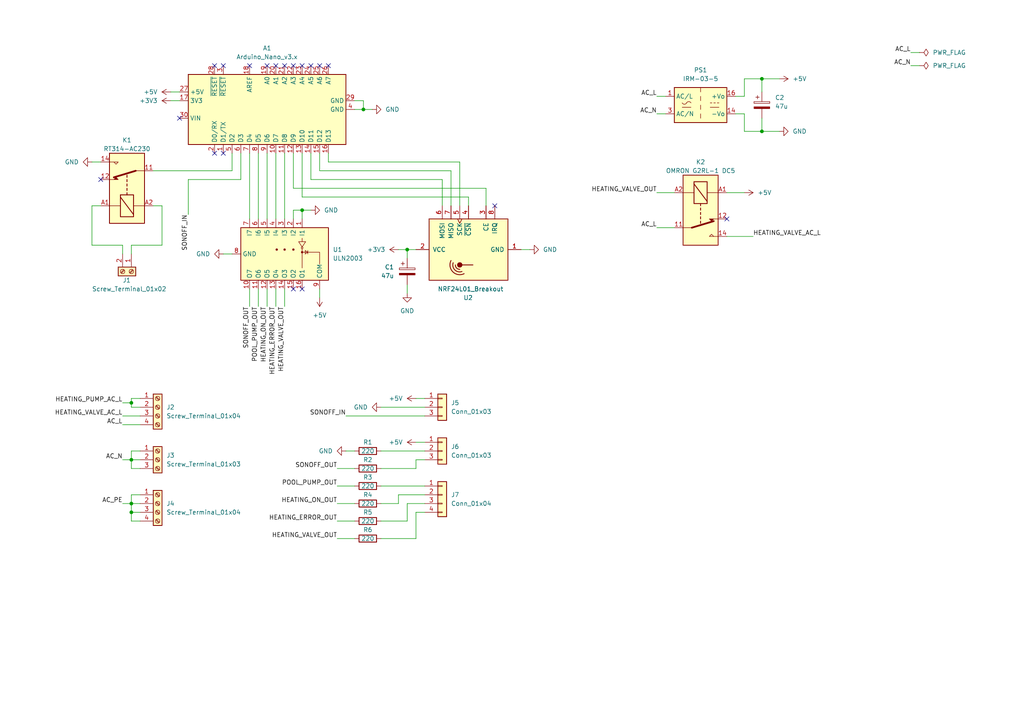
<source format=kicad_sch>
(kicad_sch (version 20211123) (generator eeschema)
  (paper "A4")
  (lib_symbols
    (symbol "Connector:Screw_Terminal_01x02" (pin_names (offset 1.016) hide)
      (property "Reference" "J" (at 0 2.54 0))
      (property "Value" "Screw_Terminal_01x02" (at 0 -5.08 0))
      (symbol "Screw_Terminal_01x02_1_1"
        (rectangle (start -1.27 1.27) (end 1.27 -3.81) (stroke (width 0.254)) (fill (type background)))
        (circle (center 0 -2.54) (radius 0.635) (stroke (width 0.1524)))
        (polyline (pts (xy -0.5334 -2.2098) (xy 0.3302 -3.048)) (stroke (width 0.1524)))
        (polyline (pts (xy -0.5334 0.3302) (xy 0.3302 -0.508)) (stroke (width 0.1524)))
        (polyline (pts (xy -0.3556 -2.032) (xy 0.508 -2.8702)) (stroke (width 0.1524)))
        (polyline (pts (xy -0.3556 0.508) (xy 0.508 -0.3302)) (stroke (width 0.1524)))
        (circle (center 0 0) (radius 0.635) (stroke (width 0.1524)))
        (pin passive line (at -5.08 0 0) (length 3.81) (name "Pin_1") (number "1"))
        (pin passive line (at -5.08 -2.54 0) (length 3.81) (name "Pin_2") (number "2"))
      )
    )
    (symbol "Connector:Screw_Terminal_01x03" (pin_names (offset 1.016) hide)
      (property "Reference" "J" (at 0 5.08 0))
      (property "Value" "Screw_Terminal_01x03" (at 0 -5.08 0))
      (symbol "Screw_Terminal_01x03_1_1"
        (rectangle (start -1.27 3.81) (end 1.27 -3.81) (stroke (width 0.254)) (fill (type background)))
        (circle (center 0 -2.54) (radius 0.635) (stroke (width 0.1524)))
        (polyline (pts (xy -0.5334 -2.2098) (xy 0.3302 -3.048)) (stroke (width 0.1524)))
        (polyline (pts (xy -0.5334 0.3302) (xy 0.3302 -0.508)) (stroke (width 0.1524)))
        (polyline (pts (xy -0.5334 2.8702) (xy 0.3302 2.032)) (stroke (width 0.1524)))
        (polyline (pts (xy -0.3556 -2.032) (xy 0.508 -2.8702)) (stroke (width 0.1524)))
        (polyline (pts (xy -0.3556 0.508) (xy 0.508 -0.3302)) (stroke (width 0.1524)))
        (polyline (pts (xy -0.3556 3.048) (xy 0.508 2.2098)) (stroke (width 0.1524)))
        (circle (center 0 0) (radius 0.635) (stroke (width 0.1524)))
        (circle (center 0 2.54) (radius 0.635) (stroke (width 0.1524)))
        (pin passive line (at -5.08 2.54 0) (length 3.81) (name "Pin_1") (number "1"))
        (pin passive line (at -5.08 0 0) (length 3.81) (name "Pin_2") (number "2"))
        (pin passive line (at -5.08 -2.54 0) (length 3.81) (name "Pin_3") (number "3"))
      )
    )
    (symbol "Connector:Screw_Terminal_01x04" (pin_names (offset 1.016) hide)
      (property "Reference" "J" (at 0 5.08 0))
      (property "Value" "Screw_Terminal_01x04" (at 0 -7.62 0))
      (symbol "Screw_Terminal_01x04_1_1"
        (rectangle (start -1.27 3.81) (end 1.27 -6.35) (stroke (width 0.254)) (fill (type background)))
        (circle (center 0 -5.08) (radius 0.635) (stroke (width 0.1524)))
        (circle (center 0 -2.54) (radius 0.635) (stroke (width 0.1524)))
        (polyline (pts (xy -0.5334 -4.7498) (xy 0.3302 -5.588)) (stroke (width 0.1524)))
        (polyline (pts (xy -0.5334 -2.2098) (xy 0.3302 -3.048)) (stroke (width 0.1524)))
        (polyline (pts (xy -0.5334 0.3302) (xy 0.3302 -0.508)) (stroke (width 0.1524)))
        (polyline (pts (xy -0.5334 2.8702) (xy 0.3302 2.032)) (stroke (width 0.1524)))
        (polyline (pts (xy -0.3556 -4.572) (xy 0.508 -5.4102)) (stroke (width 0.1524)))
        (polyline (pts (xy -0.3556 -2.032) (xy 0.508 -2.8702)) (stroke (width 0.1524)))
        (polyline (pts (xy -0.3556 0.508) (xy 0.508 -0.3302)) (stroke (width 0.1524)))
        (polyline (pts (xy -0.3556 3.048) (xy 0.508 2.2098)) (stroke (width 0.1524)))
        (circle (center 0 0) (radius 0.635) (stroke (width 0.1524)))
        (circle (center 0 2.54) (radius 0.635) (stroke (width 0.1524)))
        (pin passive line (at -5.08 2.54 0) (length 3.81) (name "Pin_1") (number "1"))
        (pin passive line (at -5.08 0 0) (length 3.81) (name "Pin_2") (number "2"))
        (pin passive line (at -5.08 -2.54 0) (length 3.81) (name "Pin_3") (number "3"))
        (pin passive line (at -5.08 -5.08 0) (length 3.81) (name "Pin_4") (number "4"))
      )
    )
    (symbol "Connector_Generic:Conn_01x03" (pin_names (offset 1.016) hide)
      (property "Reference" "J" (at 0 5.08 0))
      (property "Value" "Conn_01x03" (at 0 -5.08 0))
      (symbol "Conn_01x03_1_1"
        (rectangle (start -1.27 -2.413) (end 0 -2.667) (stroke (width 0.1524)))
        (rectangle (start -1.27 0.127) (end 0 -0.127) (stroke (width 0.1524)))
        (rectangle (start -1.27 2.667) (end 0 2.413) (stroke (width 0.1524)))
        (rectangle (start -1.27 3.81) (end 1.27 -3.81) (stroke (width 0.254)) (fill (type background)))
        (pin passive line (at -5.08 2.54 0) (length 3.81) (name "Pin_1") (number "1"))
        (pin passive line (at -5.08 0 0) (length 3.81) (name "Pin_2") (number "2"))
        (pin passive line (at -5.08 -2.54 0) (length 3.81) (name "Pin_3") (number "3"))
      )
    )
    (symbol "Connector_Generic:Conn_01x04" (pin_names (offset 1.016) hide)
      (property "Reference" "J" (at 0 5.08 0))
      (property "Value" "Conn_01x04" (at 0 -7.62 0))
      (symbol "Conn_01x04_1_1"
        (rectangle (start -1.27 -4.953) (end 0 -5.207) (stroke (width 0.1524)))
        (rectangle (start -1.27 -2.413) (end 0 -2.667) (stroke (width 0.1524)))
        (rectangle (start -1.27 0.127) (end 0 -0.127) (stroke (width 0.1524)))
        (rectangle (start -1.27 2.667) (end 0 2.413) (stroke (width 0.1524)))
        (rectangle (start -1.27 3.81) (end 1.27 -6.35) (stroke (width 0.254)) (fill (type background)))
        (pin passive line (at -5.08 2.54 0) (length 3.81) (name "Pin_1") (number "1"))
        (pin passive line (at -5.08 0 0) (length 3.81) (name "Pin_2") (number "2"))
        (pin passive line (at -5.08 -2.54 0) (length 3.81) (name "Pin_3") (number "3"))
        (pin passive line (at -5.08 -5.08 0) (length 3.81) (name "Pin_4") (number "4"))
      )
    )
    (symbol "Converter_ACDC:IRM-03-5"
      (property "Reference" "PS" (at 0 6.35 0))
      (property "Value" "IRM-03-5" (at 0 -6.35 0))
      (symbol "IRM-03-5_0_1"
        (rectangle (start -7.62 5.08) (end 7.62 -5.08) (stroke (width 0.254)) (fill (type background)))
        (arc (start -5.334 0.635) (mid -4.699 0.2495) (end -4.064 0.635))
        (arc (start -2.794 0.635) (mid -3.429 1.0072) (end -4.064 0.635))
        (polyline (pts (xy -5.334 -0.635) (xy -2.794 -0.635)))
        (polyline (pts (xy 0 -2.54) (xy 0 -3.81)))
        (polyline (pts (xy 0 0) (xy 0 -1.27)))
        (polyline (pts (xy 0 2.54) (xy 0 1.27)))
        (polyline (pts (xy 0 5.08) (xy 0 3.81)))
        (polyline (pts (xy 2.794 -0.635) (xy 5.334 -0.635)))
        (polyline (pts (xy 2.794 0.635) (xy 3.302 0.635)))
        (polyline (pts (xy 3.81 0.635) (xy 4.318 0.635)))
        (polyline (pts (xy 4.826 0.635) (xy 5.334 0.635)))
      )
      (symbol "IRM-03-5_1_1"
        (pin power_in line (at -10.16 2.54 0) (length 2.54) (name "AC/L") (number "1"))
        (pin power_out line (at 10.16 -2.54 180) (length 2.54) (name "-Vo") (number "14"))
        (pin power_out line (at 10.16 2.54 180) (length 2.54) (name "+Vo") (number "16"))
        (pin power_in line (at -10.16 -2.54 0) (length 2.54) (name "AC/N") (number "3"))
        (pin no_connect line (at -7.62 0 0) (length 2.54) hide (name "NC") (number "5"))
      )
    )
    (symbol "Device:C_Polarized" (pin_numbers hide) (pin_names (offset 0.254))
      (property "Reference" "C" (at 0.635 2.54 0))
      (property "Value" "C_Polarized" (at 0.635 -2.54 0))
      (symbol "C_Polarized_0_1"
        (rectangle (start -2.286 0.508) (end 2.286 1.016))
        (polyline (pts (xy -1.778 2.286) (xy -0.762 2.286)))
        (polyline (pts (xy -1.27 2.794) (xy -1.27 1.778)))
        (rectangle (start 2.286 -0.508) (end -2.286 -1.016) (fill (type outline)))
      )
      (symbol "C_Polarized_1_1"
        (pin passive line (at 0 3.81 270) (length 2.794) (name "~") (number "1"))
        (pin passive line (at 0 -3.81 90) (length 2.794) (name "~") (number "2"))
      )
    )
    (symbol "Device:R" (pin_numbers hide) (pin_names (offset 0))
      (property "Reference" "R" (at 2.032 0 90))
      (property "Value" "R" (at 0 0 90))
      (symbol "R_0_1"
        (rectangle (start -1.016 -2.54) (end 1.016 2.54) (stroke (width 0.254)))
      )
      (symbol "R_1_1"
        (pin passive line (at 0 3.81 270) (length 1.27) (name "~") (number "1"))
        (pin passive line (at 0 -3.81 90) (length 1.27) (name "~") (number "2"))
      )
    )
    (symbol "MCU_Module:Arduino_Nano_v3.x"
      (property "Reference" "A" (at -10.16 23.495 0))
      (property "Value" "Arduino_Nano_v3.x" (at 5.08 -24.13 0))
      (symbol "Arduino_Nano_v3.x_0_1"
        (rectangle (start -10.16 22.86) (end 10.16 -22.86) (stroke (width 0.254)) (fill (type background)))
      )
      (symbol "Arduino_Nano_v3.x_1_1"
        (pin bidirectional line (at -12.7 12.7 0) (length 2.54) (name "D1/TX") (number "1"))
        (pin bidirectional line (at -12.7 -2.54 0) (length 2.54) (name "D7") (number "10"))
        (pin bidirectional line (at -12.7 -5.08 0) (length 2.54) (name "D8") (number "11"))
        (pin bidirectional line (at -12.7 -7.62 0) (length 2.54) (name "D9") (number "12"))
        (pin bidirectional line (at -12.7 -10.16 0) (length 2.54) (name "D10") (number "13"))
        (pin bidirectional line (at -12.7 -12.7 0) (length 2.54) (name "D11") (number "14"))
        (pin bidirectional line (at -12.7 -15.24 0) (length 2.54) (name "D12") (number "15"))
        (pin bidirectional line (at -12.7 -17.78 0) (length 2.54) (name "D13") (number "16"))
        (pin power_out line (at 2.54 25.4 270) (length 2.54) (name "3V3") (number "17"))
        (pin input line (at 12.7 5.08 180) (length 2.54) (name "AREF") (number "18"))
        (pin bidirectional line (at 12.7 0 180) (length 2.54) (name "A0") (number "19"))
        (pin bidirectional line (at -12.7 15.24 0) (length 2.54) (name "D0/RX") (number "2"))
        (pin bidirectional line (at 12.7 -2.54 180) (length 2.54) (name "A1") (number "20"))
        (pin bidirectional line (at 12.7 -5.08 180) (length 2.54) (name "A2") (number "21"))
        (pin bidirectional line (at 12.7 -7.62 180) (length 2.54) (name "A3") (number "22"))
        (pin bidirectional line (at 12.7 -10.16 180) (length 2.54) (name "A4") (number "23"))
        (pin bidirectional line (at 12.7 -12.7 180) (length 2.54) (name "A5") (number "24"))
        (pin bidirectional line (at 12.7 -15.24 180) (length 2.54) (name "A6") (number "25"))
        (pin bidirectional line (at 12.7 -17.78 180) (length 2.54) (name "A7") (number "26"))
        (pin power_out line (at 5.08 25.4 270) (length 2.54) (name "+5V") (number "27"))
        (pin input line (at 12.7 15.24 180) (length 2.54) (name "~{RESET}") (number "28"))
        (pin power_in line (at 2.54 -25.4 90) (length 2.54) (name "GND") (number "29"))
        (pin input line (at 12.7 12.7 180) (length 2.54) (name "~{RESET}") (number "3"))
        (pin power_in line (at -2.54 25.4 270) (length 2.54) (name "VIN") (number "30"))
        (pin power_in line (at 0 -25.4 90) (length 2.54) (name "GND") (number "4"))
        (pin bidirectional line (at -12.7 10.16 0) (length 2.54) (name "D2") (number "5"))
        (pin bidirectional line (at -12.7 7.62 0) (length 2.54) (name "D3") (number "6"))
        (pin bidirectional line (at -12.7 5.08 0) (length 2.54) (name "D4") (number "7"))
        (pin bidirectional line (at -12.7 2.54 0) (length 2.54) (name "D5") (number "8"))
        (pin bidirectional line (at -12.7 0 0) (length 2.54) (name "D6") (number "9"))
      )
    )
    (symbol "RF:NRF24L01_Breakout" (pin_names (offset 1.016))
      (property "Reference" "U" (at -8.89 12.7 0))
      (property "Value" "NRF24L01_Breakout" (at 3.81 12.7 0))
      (symbol "NRF24L01_Breakout_0_1"
        (rectangle (start -8.89 11.43) (end 8.89 -11.43) (stroke (width 0.254)) (fill (type background)))
        (polyline (pts (xy 4.445 1.905) (xy 4.445 -1.27)) (stroke (width 0.254)))
        (circle (center 4.445 2.54) (radius 0.635) (stroke (width 0.254)) (fill (type outline)))
        (arc (start 5.715 2.54) (mid 5.3521 3.4546) (end 4.445 3.81) (stroke (width 0.254)))
        (arc (start 6.35 1.905) (mid 5.8763 3.9854) (end 3.81 4.445) (stroke (width 0.254)))
        (arc (start 6.985 1.27) (mid 6.453 4.548) (end 3.175 5.08) (stroke (width 0.254)))
      )
      (symbol "NRF24L01_Breakout_1_1"
        (pin power_in line (at 0 -15.24 90) (length 3.81) (name "GND") (number "1"))
        (pin power_in line (at 0 15.24 270) (length 3.81) (name "VCC") (number "2"))
        (pin input line (at -12.7 -5.08 0) (length 3.81) (name "CE") (number "3"))
        (pin input line (at -12.7 0 0) (length 3.81) (name "~{CSN}") (number "4"))
        (pin input clock (at -12.7 2.54 0) (length 3.81) (name "SCK") (number "5"))
        (pin input line (at -12.7 7.62 0) (length 3.81) (name "MOSI") (number "6"))
        (pin output line (at -12.7 5.08 0) (length 3.81) (name "MISO") (number "7"))
        (pin output line (at -12.7 -7.62 0) (length 3.81) (name "IRQ") (number "8"))
      )
    )
    (symbol "Relay:FINDER-40.31"
      (property "Reference" "K" (at 11.43 3.81 0))
      (property "Value" "FINDER-40.31" (at 11.43 1.27 0))
      (symbol "FINDER-40.31_0_0"
        (polyline (pts (xy 7.62 5.08) (xy 7.62 2.54) (xy 6.985 3.175) (xy 7.62 3.81)))
      )
      (symbol "FINDER-40.31_0_1"
        (rectangle (start -10.16 5.08) (end 10.16 -5.08) (stroke (width 0.254)) (fill (type background)))
        (rectangle (start -8.255 1.905) (end -1.905 -1.905) (stroke (width 0.254)))
        (polyline (pts (xy -7.62 -1.905) (xy -2.54 1.905)) (stroke (width 0.254)))
        (polyline (pts (xy -5.08 -5.08) (xy -5.08 -1.905)))
        (polyline (pts (xy -5.08 5.08) (xy -5.08 1.905)))
        (polyline (pts (xy -1.905 0) (xy -1.27 0)) (stroke (width 0.254)))
        (polyline (pts (xy -0.635 0) (xy 0 0)) (stroke (width 0.254)))
        (polyline (pts (xy 0.635 0) (xy 1.27 0)) (stroke (width 0.254)))
        (polyline (pts (xy 1.905 0) (xy 2.54 0)) (stroke (width 0.254)))
        (polyline (pts (xy 3.175 0) (xy 3.81 0)) (stroke (width 0.254)))
        (polyline (pts (xy 5.08 -2.54) (xy 3.175 3.81)) (stroke (width 0.508)))
        (polyline (pts (xy 5.08 -2.54) (xy 5.08 -5.08)))
        (polyline (pts (xy 2.54 5.08) (xy 2.54 2.54) (xy 3.175 3.175) (xy 2.54 3.81)) (fill (type outline)))
      )
      (symbol "FINDER-40.31_1_1"
        (pin passive line (at 5.08 -7.62 90) (length 2.54) (name "~") (number "11"))
        (pin passive line (at 2.54 7.62 270) (length 2.54) (name "~") (number "12"))
        (pin passive line (at 7.62 7.62 270) (length 2.54) (name "~") (number "14"))
        (pin passive line (at -5.08 7.62 270) (length 2.54) (name "~") (number "A1"))
        (pin passive line (at -5.08 -7.62 90) (length 2.54) (name "~") (number "A2"))
      )
    )
    (symbol "Relay:RT314A24"
      (property "Reference" "K" (at 11.43 3.81 0))
      (property "Value" "RT314A24" (at 11.43 1.27 0))
      (symbol "RT314A24_0_0"
        (polyline (pts (xy -2.54 1.905) (xy -7.62 -1.905)) (stroke (width 0.254)))
      )
      (symbol "RT314A24_0_1"
        (rectangle (start -10.16 5.08) (end 10.16 -5.08) (stroke (width 0.254)) (fill (type background)))
        (rectangle (start -8.255 1.905) (end -1.905 -1.905) (stroke (width 0.254)))
        (polyline (pts (xy -5.08 -5.08) (xy -5.08 -1.905)))
        (polyline (pts (xy -5.08 5.08) (xy -5.08 1.905)))
        (polyline (pts (xy -1.905 0) (xy -1.27 0)) (stroke (width 0.254)))
        (polyline (pts (xy -0.635 0) (xy 0 0)) (stroke (width 0.254)))
        (polyline (pts (xy 0.635 0) (xy 1.27 0)) (stroke (width 0.254)))
        (polyline (pts (xy 1.905 0) (xy 2.54 0)) (stroke (width 0.254)))
        (polyline (pts (xy 3.175 0) (xy 3.81 0)) (stroke (width 0.254)))
        (polyline (pts (xy 5.08 -2.54) (xy 3.175 3.81)) (stroke (width 0.508)))
        (polyline (pts (xy 5.08 -2.54) (xy 5.08 -5.08)))
        (polyline (pts (xy 2.54 5.08) (xy 2.54 2.54) (xy 3.175 3.175) (xy 2.54 3.81)) (fill (type outline)))
        (polyline (pts (xy 7.62 5.08) (xy 7.62 2.54) (xy 6.985 3.175) (xy 7.62 3.81)))
      )
      (symbol "RT314A24_1_1"
        (pin passive line (at 5.08 -7.62 90) (length 2.54) (name "~") (number "11"))
        (pin passive line (at 2.54 7.62 270) (length 2.54) (name "~") (number "12"))
        (pin passive line (at 7.62 7.62 270) (length 2.54) (name "~") (number "14"))
        (pin passive line (at -5.08 7.62 270) (length 2.54) (name "~") (number "A1"))
        (pin passive line (at -5.08 -7.62 90) (length 2.54) (name "~") (number "A2"))
      )
    )
    (symbol "Transistor_Array:ULN2003"
      (property "Reference" "U" (at 0 15.875 0))
      (property "Value" "ULN2003" (at 0 13.97 0))
      (symbol "ULN2003_0_1"
        (rectangle (start -7.62 -12.7) (end 7.62 12.7) (stroke (width 0.254)) (fill (type background)))
        (circle (center -1.778 5.08) (radius 0.254))
        (circle (center -1.27 -2.286) (radius 0.254) (fill (type outline)))
        (circle (center -1.27 0) (radius 0.254) (fill (type outline)))
        (circle (center -1.27 2.54) (radius 0.254) (fill (type outline)))
        (circle (center -0.508 5.08) (radius 0.254) (fill (type outline)))
        (polyline (pts (xy -4.572 5.08) (xy -3.556 5.08)))
        (polyline (pts (xy -1.524 5.08) (xy 4.064 5.08)))
        (polyline (pts (xy 0 6.731) (xy -1.016 6.731)))
        (polyline (pts (xy -0.508 5.08) (xy -0.508 10.16) (xy 2.921 10.16)))
        (polyline (pts (xy -3.556 6.096) (xy -3.556 4.064) (xy -2.032 5.08) (xy -3.556 6.096)))
        (polyline (pts (xy 0 5.969) (xy -1.016 5.969) (xy -0.508 6.731) (xy 0 5.969)))
      )
      (symbol "ULN2003_1_1"
        (pin input line (at -10.16 5.08 0) (length 2.54) (name "I1") (number "1"))
        (pin open_collector line (at 10.16 -10.16 180) (length 2.54) (name "O7") (number "10"))
        (pin open_collector line (at 10.16 -7.62 180) (length 2.54) (name "O6") (number "11"))
        (pin open_collector line (at 10.16 -5.08 180) (length 2.54) (name "O5") (number "12"))
        (pin open_collector line (at 10.16 -2.54 180) (length 2.54) (name "O4") (number "13"))
        (pin open_collector line (at 10.16 0 180) (length 2.54) (name "O3") (number "14"))
        (pin open_collector line (at 10.16 2.54 180) (length 2.54) (name "O2") (number "15"))
        (pin open_collector line (at 10.16 5.08 180) (length 2.54) (name "O1") (number "16"))
        (pin input line (at -10.16 2.54 0) (length 2.54) (name "I2") (number "2"))
        (pin input line (at -10.16 0 0) (length 2.54) (name "I3") (number "3"))
        (pin input line (at -10.16 -2.54 0) (length 2.54) (name "I4") (number "4"))
        (pin input line (at -10.16 -5.08 0) (length 2.54) (name "I5") (number "5"))
        (pin input line (at -10.16 -7.62 0) (length 2.54) (name "I6") (number "6"))
        (pin input line (at -10.16 -10.16 0) (length 2.54) (name "I7") (number "7"))
        (pin power_in line (at 0 -15.24 90) (length 2.54) (name "GND") (number "8"))
        (pin passive line (at 10.16 10.16 180) (length 2.54) (name "COM") (number "9"))
      )
    )
    (symbol "power:+3V3" (power) (pin_names (offset 0))
      (property "Value" "+3V3" (at 0 3.556 0))
      (symbol "+3V3_0_1"
        (polyline (pts (xy -0.762 1.27) (xy 0 2.54)))
        (polyline (pts (xy 0 0) (xy 0 2.54)))
        (polyline (pts (xy 0 2.54) (xy 0.762 1.27)))
      )
      (symbol "+3V3_1_1"
        (pin power_in line (at 0 0 90) (length 0) hide (name "+3V3") (number "1"))
      )
    )
    (symbol "power:+5V" (power) (pin_names (offset 0))
      (property "Value" "+5V" (at 0 3.556 0))
      (symbol "+5V_0_1"
        (polyline (pts (xy -0.762 1.27) (xy 0 2.54)))
        (polyline (pts (xy 0 0) (xy 0 2.54)))
        (polyline (pts (xy 0 2.54) (xy 0.762 1.27)))
      )
      (symbol "+5V_1_1"
        (pin power_in line (at 0 0 90) (length 0) hide (name "+5V") (number "1"))
      )
    )
    (symbol "power:GND" (power) (pin_names (offset 0))
      (property "Value" "GND" (at 0 -3.81 0))
      (symbol "GND_0_1"
        (polyline (pts (xy 0 0) (xy 0 -1.27) (xy 1.27 -1.27) (xy 0 -2.54) (xy -1.27 -1.27) (xy 0 -1.27)))
      )
      (symbol "GND_1_1"
        (pin power_in line (at 0 0 270) (length 0) hide (name "GND") (number "1"))
      )
    )
    (symbol "power:PWR_FLAG" (power) (pin_numbers hide) (pin_names (offset 0) hide)
      (property "Value" "PWR_FLAG" (at 0 3.81 0))
      (symbol "PWR_FLAG_0_0"
        (pin power_out line (at 0 0 90) (length 0) (name "pwr") (number "1"))
      )
      (symbol "PWR_FLAG_0_1"
        (polyline (pts (xy 0 0) (xy 0 1.27) (xy -1.016 1.905) (xy 0 2.54) (xy 1.016 1.905) (xy 0 1.27)))
      )
    )
  )
  (junction (at 38.1 116.84))
  (junction (at 87.63 60.96))
  (junction (at 220.98 22.86))
  (junction (at 220.98 38.1))
  (junction (at 105.41 31.75))
  (junction (at 118.11 72.39))
  (junction (at 38.1 146.05))
  (junction (at 38.1 133.35))
  (junction (at 38.1 148.59))
  (no_connect (at 62.23 19.05))
  (no_connect (at 64.77 44.45))
  (no_connect (at 29.21 52.07))
  (no_connect (at 62.23 44.45))
  (no_connect (at 52.07 34.29))
  (no_connect (at 80.01 19.05))
  (no_connect (at 82.55 19.05))
  (no_connect (at 64.77 19.05))
  (no_connect (at 72.39 19.05))
  (no_connect (at 77.47 19.05))
  (no_connect (at 87.63 83.82))
  (no_connect (at 85.09 83.82))
  (no_connect (at 87.63 19.05))
  (no_connect (at 95.25 19.05))
  (no_connect (at 85.09 19.05))
  (no_connect (at 90.17 19.05))
  (no_connect (at 92.71 19.05))
  (no_connect (at 143.51 59.69))
  (no_connect (at 210.82 63.5))
  (wire (pts (xy 97.79 151.13) (xy 102.87 151.13)))
  (wire (pts (xy 115.57 143.51) (xy 123.19 143.51)))
  (wire (pts (xy 140.97 59.69) (xy 140.97 54.61)))
  (wire (pts (xy 118.11 82.55) (xy 118.11 85.09)))
  (wire (pts (xy 215.9 22.86) (xy 220.98 22.86)))
  (wire (pts (xy 74.93 44.45) (xy 74.93 63.5)))
  (wire (pts (xy 115.57 72.39) (xy 118.11 72.39)))
  (wire (pts (xy 80.01 44.45) (xy 80.01 63.5)))
  (wire (pts (xy 97.79 146.05) (xy 102.87 146.05)))
  (wire (pts (xy 130.81 59.69) (xy 130.81 49.53)))
  (wire (pts (xy 38.1 115.57) (xy 40.64 115.57)))
  (wire (pts (xy 77.47 83.82) (xy 77.47 88.9)))
  (wire (pts (xy 44.45 59.69) (xy 46.99 59.69)))
  (wire (pts (xy 105.41 31.75) (xy 107.95 31.75)))
  (wire (pts (xy 100.33 130.81) (xy 102.87 130.81)))
  (wire (pts (xy 110.49 118.11) (xy 123.19 118.11)))
  (wire (pts (xy 213.36 33.02) (xy 215.9 33.02)))
  (wire (pts (xy 120.65 115.57) (xy 123.19 115.57)))
  (wire (pts (xy 110.49 135.89) (xy 120.65 135.89)))
  (wire (pts (xy 151.13 72.39) (xy 153.67 72.39)))
  (wire (pts (xy 38.1 148.59) (xy 38.1 151.13)))
  (wire (pts (xy 97.79 156.21) (xy 102.87 156.21)))
  (wire (pts (xy 38.1 133.35) (xy 38.1 135.89)))
  (wire (pts (xy 35.56 71.12) (xy 35.56 73.66)))
  (wire (pts (xy 69.85 44.45) (xy 69.85 52.07)))
  (wire (pts (xy 215.9 27.94) (xy 215.9 22.86)))
  (wire (pts (xy 38.1 148.59) (xy 40.64 148.59)))
  (wire (pts (xy 210.82 68.58) (xy 218.44 68.58)))
  (wire (pts (xy 49.53 26.67) (xy 52.07 26.67)))
  (wire (pts (xy 72.39 83.82) (xy 72.39 88.9)))
  (wire (pts (xy 38.1 116.84) (xy 38.1 115.57)))
  (wire (pts (xy 128.27 59.69) (xy 128.27 52.07)))
  (wire (pts (xy 38.1 118.11) (xy 40.64 118.11)))
  (wire (pts (xy 90.17 52.07) (xy 90.17 44.45)))
  (wire (pts (xy 46.99 71.12) (xy 38.1 71.12)))
  (wire (pts (xy 110.49 146.05) (xy 115.57 146.05)))
  (wire (pts (xy 54.61 52.07) (xy 69.85 52.07)))
  (wire (pts (xy 120.65 128.27) (xy 123.19 128.27)))
  (wire (pts (xy 26.67 59.69) (xy 26.67 71.12)))
  (wire (pts (xy 87.63 57.15) (xy 87.63 44.45)))
  (wire (pts (xy 82.55 83.82) (xy 82.55 88.9)))
  (wire (pts (xy 92.71 44.45) (xy 92.71 49.53)))
  (wire (pts (xy 85.09 54.61) (xy 85.09 44.45)))
  (wire (pts (xy 29.21 59.69) (xy 26.67 59.69)))
  (wire (pts (xy 120.65 156.21) (xy 120.65 148.59)))
  (wire (pts (xy 38.1 146.05) (xy 40.64 146.05)))
  (wire (pts (xy 35.56 116.84) (xy 38.1 116.84)))
  (wire (pts (xy 120.65 133.35) (xy 123.19 133.35)))
  (wire (pts (xy 97.79 135.89) (xy 102.87 135.89)))
  (wire (pts (xy 38.1 133.35) (xy 40.64 133.35)))
  (wire (pts (xy 135.89 59.69) (xy 135.89 57.15)))
  (wire (pts (xy 92.71 49.53) (xy 130.81 49.53)))
  (wire (pts (xy 87.63 57.15) (xy 135.89 57.15)))
  (wire (pts (xy 215.9 33.02) (xy 215.9 38.1)))
  (wire (pts (xy 213.36 27.94) (xy 215.9 27.94)))
  (wire (pts (xy 35.56 120.65) (xy 40.64 120.65)))
  (wire (pts (xy 102.87 31.75) (xy 105.41 31.75)))
  (wire (pts (xy 35.56 133.35) (xy 38.1 133.35)))
  (wire (pts (xy 264.16 15.24) (xy 266.7 15.24)))
  (wire (pts (xy 220.98 34.29) (xy 220.98 38.1)))
  (wire (pts (xy 190.5 27.94) (xy 193.04 27.94)))
  (wire (pts (xy 220.98 22.86) (xy 220.98 26.67)))
  (wire (pts (xy 190.5 33.02) (xy 193.04 33.02)))
  (wire (pts (xy 85.09 63.5) (xy 85.09 60.96)))
  (wire (pts (xy 80.01 83.82) (xy 80.01 88.9)))
  (wire (pts (xy 26.67 46.99) (xy 29.21 46.99)))
  (wire (pts (xy 97.79 140.97) (xy 102.87 140.97)))
  (wire (pts (xy 133.35 59.69) (xy 133.35 46.99)))
  (wire (pts (xy 90.17 52.07) (xy 128.27 52.07)))
  (wire (pts (xy 64.77 73.66) (xy 67.31 73.66)))
  (wire (pts (xy 46.99 59.69) (xy 46.99 71.12)))
  (wire (pts (xy 92.71 83.82) (xy 92.71 86.36)))
  (wire (pts (xy 120.65 135.89) (xy 120.65 133.35)))
  (wire (pts (xy 82.55 44.45) (xy 82.55 63.5)))
  (wire (pts (xy 190.5 66.04) (xy 195.58 66.04)))
  (wire (pts (xy 118.11 146.05) (xy 123.19 146.05)))
  (wire (pts (xy 95.25 46.99) (xy 133.35 46.99)))
  (wire (pts (xy 120.65 72.39) (xy 118.11 72.39)))
  (wire (pts (xy 38.1 135.89) (xy 40.64 135.89)))
  (wire (pts (xy 26.67 71.12) (xy 35.56 71.12)))
  (wire (pts (xy 110.49 130.81) (xy 123.19 130.81)))
  (wire (pts (xy 38.1 118.11) (xy 38.1 116.84)))
  (wire (pts (xy 100.33 120.65) (xy 123.19 120.65)))
  (wire (pts (xy 115.57 146.05) (xy 115.57 143.51)))
  (wire (pts (xy 220.98 38.1) (xy 226.06 38.1)))
  (wire (pts (xy 102.87 29.21) (xy 105.41 29.21)))
  (wire (pts (xy 120.65 148.59) (xy 123.19 148.59)))
  (wire (pts (xy 49.53 29.21) (xy 52.07 29.21)))
  (wire (pts (xy 110.49 156.21) (xy 120.65 156.21)))
  (wire (pts (xy 264.16 19.05) (xy 266.7 19.05)))
  (wire (pts (xy 87.63 60.96) (xy 90.17 60.96)))
  (wire (pts (xy 38.1 143.51) (xy 40.64 143.51)))
  (wire (pts (xy 38.1 130.81) (xy 40.64 130.81)))
  (wire (pts (xy 190.5 55.88) (xy 195.58 55.88)))
  (wire (pts (xy 110.49 140.97) (xy 123.19 140.97)))
  (wire (pts (xy 67.31 49.53) (xy 67.31 44.45)))
  (wire (pts (xy 38.1 151.13) (xy 40.64 151.13)))
  (wire (pts (xy 38.1 130.81) (xy 38.1 133.35)))
  (wire (pts (xy 215.9 38.1) (xy 220.98 38.1)))
  (wire (pts (xy 77.47 44.45) (xy 77.47 63.5)))
  (wire (pts (xy 118.11 151.13) (xy 118.11 146.05)))
  (wire (pts (xy 74.93 83.82) (xy 74.93 88.9)))
  (wire (pts (xy 210.82 55.88) (xy 215.9 55.88)))
  (wire (pts (xy 110.49 151.13) (xy 118.11 151.13)))
  (wire (pts (xy 85.09 54.61) (xy 140.97 54.61)))
  (wire (pts (xy 95.25 44.45) (xy 95.25 46.99)))
  (wire (pts (xy 35.56 123.19) (xy 40.64 123.19)))
  (wire (pts (xy 85.09 60.96) (xy 87.63 60.96)))
  (wire (pts (xy 105.41 29.21) (xy 105.41 31.75)))
  (wire (pts (xy 38.1 143.51) (xy 38.1 146.05)))
  (wire (pts (xy 72.39 44.45) (xy 72.39 63.5)))
  (wire (pts (xy 44.45 49.53) (xy 67.31 49.53)))
  (wire (pts (xy 35.56 146.05) (xy 38.1 146.05)))
  (wire (pts (xy 118.11 72.39) (xy 118.11 74.93)))
  (wire (pts (xy 220.98 22.86) (xy 226.06 22.86)))
  (wire (pts (xy 38.1 146.05) (xy 38.1 148.59)))
  (wire (pts (xy 87.63 60.96) (xy 87.63 63.5)))
  (wire (pts (xy 38.1 71.12) (xy 38.1 73.66)))
  (wire (pts (xy 54.61 62.23) (xy 54.61 52.07)))
  (label "HEATING_VALVE_AC_L" (at 35.56 120.65 180))
  (label "POOL_PUMP_OUT" (at 74.93 88.9 270))
  (label "AC_N" (at 264.16 19.05 180))
  (label "SONOFF_IN" (at 54.61 62.23 270))
  (label "HEATING_VALVE_AC_L" (at 218.44 68.58 0))
  (label "AC_L" (at 35.56 123.19 180))
  (label "SONOFF_OUT" (at 72.39 88.9 270))
  (label "HEATING_ON_OUT" (at 77.47 88.9 270))
  (label "SONOFF_OUT" (at 97.79 135.89 180))
  (label "HEATING_VALVE_OUT" (at 97.79 156.21 180))
  (label "HEATING_VALVE_OUT" (at 82.55 88.9 270))
  (label "AC_N" (at 190.5 33.02 180))
  (label "HEATING_ERROR_OUT" (at 80.01 88.9 270))
  (label "HEATING_ON_OUT" (at 97.79 146.05 180))
  (label "HEATING_PUMP_AC_L" (at 35.56 116.84 180))
  (label "AC_L" (at 190.5 66.04 180))
  (label "AC_N" (at 35.56 133.35 180))
  (label "SONOFF_IN" (at 100.33 120.65 180))
  (label "AC_PE" (at 35.56 146.05 180))
  (label "AC_L" (at 264.16 15.24 180))
  (label "AC_L" (at 190.5 27.94 180))
  (label "POOL_PUMP_OUT" (at 97.79 140.97 180))
  (label "HEATING_ERROR_OUT" (at 97.79 151.13 180))
  (label "HEATING_VALVE_OUT" (at 190.5 55.88 180))
  (symbol (lib_id "power:+5V") (at 120.65 128.27 90) (unit 1)
    (property "Reference" "#PWR0116" (effects hide))
    (property "Value" "+5V" (at 116.84 128.2699 90) (effects (justify left)))
  )
  (symbol (lib_id "power:GND") (at 226.06 38.1 90) (unit 1)
    (property "Reference" "#PWR0111" (effects hide))
    (property "Value" "GND" (at 229.87 38.0999 90) (effects (justify right)))
  )
  (symbol (lib_id "Connector:Screw_Terminal_01x04") (at 45.72 118.11 0) (unit 1)
    (property "Reference" "J2" (at 48.26 118.1099 0) (effects (justify left)))
    (property "Value" "Screw_Terminal_01x04" (at 48.26 120.6499 0) (effects (justify left)))
    (property "Footprint" "TerminalBlock:TerminalBlock_bornier-4_P5.08mm" (effects hide))
  )
  (symbol (lib_id "power:GND") (at 153.67 72.39 90) (unit 1)
    (property "Reference" "#PWR0119" (effects hide))
    (property "Value" "GND" (at 157.48 72.3899 90) (effects (justify right)))
  )
  (symbol (lib_id "Connector_Generic:Conn_01x03") (at 128.27 130.81 0) (unit 1)
    (property "Reference" "J6" (at 130.81 129.5399 0) (effects (justify left)))
    (property "Value" "Conn_01x03" (at 130.81 132.0799 0) (effects (justify left)))
    (property "Footprint" "Connector_JST:JST_XH_B3B-XH-A_1x03_P2.50mm_Vertical" (effects hide))
  )
  (symbol (lib_id "power:+5V") (at 92.71 86.36 180) (unit 1)
    (property "Reference" "#PWR0104" (effects hide))
    (property "Value" "+5V" (at 92.71 91.44 0))
  )
  (symbol (lib_id "power:+5V") (at 215.9 55.88 270) (unit 1)
    (property "Reference" "#PWR0112" (effects hide))
    (property "Value" "+5V" (at 219.71 55.8799 90) (effects (justify left)))
  )
  (symbol (lib_id "Connector:Screw_Terminal_01x04") (at 45.72 146.05 0) (unit 1)
    (property "Reference" "J4" (at 48.26 146.0499 0) (effects (justify left)))
    (property "Value" "Screw_Terminal_01x04" (at 48.26 148.5899 0) (effects (justify left)))
    (property "Footprint" "TerminalBlock:TerminalBlock_bornier-4_P5.08mm" (effects hide))
  )
  (symbol (lib_id "power:GND") (at 100.33 130.81 270) (unit 1)
    (property "Reference" "#PWR0109" (effects hide))
    (property "Value" "GND" (at 96.52 130.8099 90) (effects (justify right)))
  )
  (symbol (lib_id "Connector_Generic:Conn_01x03") (at 128.27 118.11 0) (unit 1)
    (property "Reference" "J5" (at 130.81 116.84 0) (effects (justify left)))
    (property "Value" "Conn_01x03" (at 130.81 119.38 0) (effects (justify left)))
    (property "Footprint" "Connector_JST:JST_XH_B3B-XH-A_1x03_P2.50mm_Vertical" (effects hide))
  )
  (symbol (lib_id "Transistor_Array:ULN2003") (at 82.55 73.66 270) (unit 1)
    (property "Reference" "U1" (at 96.52 72.3899 90) (effects (justify left)))
    (property "Value" "ULN2003" (at 96.52 74.9299 90) (effects (justify left)))
    (property "Footprint" "Package_DIP:DIP-16_W7.62mm_Socket_LongPads" (effects hide))
    (property "Datasheet" "http://www.ti.com/lit/ds/symlink/uln2003a.pdf" (effects hide))
  )
  (symbol (lib_id "power:PWR_FLAG") (at 266.7 19.05 270) (unit 1)
    (property "Reference" "#FLG0102" (effects hide))
    (property "Value" "PWR_FLAG" (at 270.51 19.0499 90) (effects (justify left)))
  )
  (symbol (lib_id "power:+5V") (at 120.65 115.57 90) (unit 1)
    (property "Reference" "#PWR?" (effects hide))
    (property "Value" "+5V" (at 116.84 115.5699 90) (effects (justify left)))
  )
  (symbol (lib_id "power:GND") (at 118.11 85.09 0) (unit 1)
    (property "Reference" "#PWR0103" (effects hide))
    (property "Value" "GND" (at 118.11 90.17 0))
  )
  (symbol (lib_id "Device:R") (at 106.68 156.21 90) (unit 1)
    (property "Reference" "R6" (at 106.68 153.67 90))
    (property "Value" "220" (at 106.68 156.21 90))
    (property "Footprint" "Resistor_SMD:R_1206_3216Metric_Pad1.30x1.75mm_HandSolder" (effects hide))
  )
  (symbol (lib_id "power:+5V") (at 49.53 26.67 90) (unit 1)
    (property "Reference" "#PWR0105" (effects hide))
    (property "Value" "+5V" (at 45.72 26.6699 90) (effects (justify left)))
  )
  (symbol (lib_id "Connector_Generic:Conn_01x04") (at 128.27 143.51 0) (unit 1)
    (property "Reference" "J7" (at 130.81 143.5099 0) (effects (justify left)))
    (property "Value" "Conn_01x04" (at 130.81 146.0499 0) (effects (justify left)))
    (property "Footprint" "Connector_JST:JST_XH_B4B-XH-A_1x04_P2.50mm_Vertical" (effects hide))
  )
  (symbol (lib_id "power:+3V3") (at 115.57 72.39 90) (unit 1)
    (property "Reference" "#PWR0102" (effects hide))
    (property "Value" "+3V3" (at 111.76 72.3899 90) (effects (justify left)))
  )
  (symbol (lib_id "Connector:Screw_Terminal_01x03") (at 45.72 133.35 0) (unit 1)
    (property "Reference" "J3" (at 48.26 132.0799 0) (effects (justify left)))
    (property "Value" "Screw_Terminal_01x03" (at 48.26 134.6199 0) (effects (justify left)))
    (property "Footprint" "TerminalBlock:TerminalBlock_bornier-3_P5.08mm" (effects hide))
  )
  (symbol (lib_id "Device:C_Polarized") (at 220.98 30.48 0) (unit 1)
    (property "Reference" "C2" (at 224.79 28.3209 0) (effects (justify left)))
    (property "Value" "47u" (at 224.79 30.8609 0) (effects (justify left)))
    (property "Footprint" "Capacitor_THT:CP_Radial_D8.0mm_P3.50mm" (effects hide))
  )
  (symbol (lib_id "MCU_Module:Arduino_Nano_v3.x") (at 77.47 31.75 90) (unit 1)
    (property "Reference" "A1" (at 78.74 13.97 90) (effects (justify left)))
    (property "Value" "Arduino_Nano_v3.x" (at 86.36 16.51 90) (effects (justify left)))
    (property "Footprint" "Module:Arduino_Nano" (effects hide))
    (property "Datasheet" "http://www.mouser.com/pdfdocs/Gravitech_Arduino_Nano3_0.pdf" (effects hide))
  )
  (symbol (lib_id "power:GND") (at 64.77 73.66 270) (unit 1)
    (property "Reference" "#PWR0108" (effects hide))
    (property "Value" "GND" (at 60.96 73.66 90) (effects (justify right)))
  )
  (symbol (lib_id "Relay:RT314A24") (at 36.83 54.61 90) (unit 1)
    (property "Reference" "K1" (at 36.83 40.64 90))
    (property "Value" "RT314-AC230" (at 36.83 43.18 90))
    (property "Footprint" "Relay_THT:Relay_SPDT_Schrack-RT1-16A-FormC_RM5mm" (effects hide))
    (property "Datasheet" "https://www.te.com/commerce/DocumentDelivery/DDEController?Action=srchrtrv&DocNm=RT1_bistable&DocType=DS&DocLang=English" (effects hide))
  )
  (symbol (lib_id "Device:R") (at 106.68 140.97 90) (unit 1)
    (property "Reference" "R3" (at 106.68 138.43 90))
    (property "Value" "220" (at 106.68 140.97 90))
    (property "Footprint" "Resistor_SMD:R_1206_3216Metric_Pad1.30x1.75mm_HandSolder" (effects hide))
  )
  (symbol (lib_id "power:GND") (at 107.95 31.75 90) (unit 1)
    (property "Reference" "#PWR0101" (effects hide))
    (property "Value" "GND" (at 111.76 31.7499 90) (effects (justify right)))
  )
  (symbol (lib_id "Device:R") (at 106.68 151.13 90) (unit 1)
    (property "Reference" "R5" (at 106.68 148.59 90))
    (property "Value" "220" (at 106.68 151.13 90))
    (property "Footprint" "Resistor_SMD:R_1206_3216Metric_Pad1.30x1.75mm_HandSolder" (effects hide))
  )
  (symbol (lib_id "power:GND") (at 110.49 118.11 270) (unit 1)
    (property "Reference" "#PWR0117" (effects hide))
    (property "Value" "GND" (at 106.68 118.1099 90) (effects (justify right)))
  )
  (symbol (lib_id "power:PWR_FLAG") (at 266.7 15.24 270) (unit 1)
    (property "Reference" "#FLG0101" (effects hide))
    (property "Value" "PWR_FLAG" (at 270.51 15.2399 90) (effects (justify left)))
  )
  (symbol (lib_id "Device:R") (at 106.68 135.89 90) (unit 1)
    (property "Reference" "R2" (at 106.68 133.35 90))
    (property "Value" "220" (at 106.68 135.89 90))
    (property "Footprint" "Resistor_SMD:R_1206_3216Metric_Pad1.30x1.75mm_HandSolder" (effects hide))
  )
  (symbol (lib_id "Device:R") (at 106.68 146.05 90) (unit 1)
    (property "Reference" "R4" (at 106.68 143.51 90))
    (property "Value" "220" (at 106.68 146.05 90))
    (property "Footprint" "Resistor_SMD:R_1206_3216Metric_Pad1.30x1.75mm_HandSolder" (effects hide))
  )
  (symbol (lib_id "RF:NRF24L01_Breakout") (at 135.89 72.39 90) (mirror x) (unit 1)
    (property "Reference" "U2" (at 137.16 86.36 90) (effects (justify left)))
    (property "Value" "NRF24L01_Breakout" (at 146.05 83.82 90) (effects (justify left)))
    (property "Footprint" "project:NRF24" (effects hide))
    (property "Datasheet" "http://www.nordicsemi.com/eng/content/download/2730/34105/file/nRF24L01_Product_Specification_v2_0.pdf" (effects hide))
  )
  (symbol (lib_id "Relay:FINDER-40.31") (at 203.2 60.96 270) (unit 1)
    (property "Reference" "K2" (at 203.2 46.99 90))
    (property "Value" "OMRON G2RL-1 DC5" (at 203.2 49.53 90))
    (property "Footprint" "Relay_THT:Relay_SPDT_Finder_40.31" (effects hide))
    (property "Datasheet" "http://gfinder.findernet.com/assets/Series/353/S40EN.pdf" (effects hide))
  )
  (symbol (lib_id "power:+5V") (at 226.06 22.86 270) (unit 1)
    (property "Reference" "#PWR0110" (effects hide))
    (property "Value" "+5V" (at 229.87 22.8599 90) (effects (justify left)))
  )
  (symbol (lib_id "Connector:Screw_Terminal_01x02") (at 38.1 78.74 270) (unit 1)
    (property "Reference" "J1" (at 35.56 81.28 90) (effects (justify left)))
    (property "Value" "Screw_Terminal_01x02" (at 26.67 83.82 90) (effects (justify left)))
    (property "Footprint" "TerminalBlock:TerminalBlock_bornier-2_P5.08mm" (effects hide))
  )
  (symbol (lib_id "power:+3V3") (at 49.53 29.21 90) (unit 1)
    (property "Reference" "#PWR0106" (effects hide))
    (property "Value" "+3V3" (at 45.72 29.2099 90) (effects (justify left)))
  )
  (symbol (lib_id "Converter_ACDC:IRM-03-5") (at 203.2 30.48 0) (unit 1)
    (property "Reference" "PS1" (at 203.2 20.32 0))
    (property "Value" "IRM-03-5" (at 203.2 22.86 0))
    (property "Footprint" "Converter_ACDC:Converter_ACDC_MeanWell_IRM-03-xx_THT" (effects hide))
    (property "Datasheet" "https://www.meanwell.com/Upload/PDF/IRM-03/IRM-03-SPEC.PDF" (effects hide))
  )
  (symbol (lib_id "power:GND") (at 26.67 46.99 270) (unit 1)
    (property "Reference" "#PWR0107" (effects hide))
    (property "Value" "GND" (at 22.86 46.9899 90) (effects (justify right)))
  )
  (symbol (lib_id "power:GND") (at 90.17 60.96 90) (unit 1)
    (property "Reference" "#PWR0113" (effects hide))
    (property "Value" "GND" (at 93.98 60.9599 90) (effects (justify right)))
  )
  (symbol (lib_id "Device:C_Polarized") (at 118.11 78.74 0) (unit 1)
    (property "Reference" "C1" (at 114.3 77.47 0) (effects (justify right)))
    (property "Value" "47u" (at 114.3 80.01 0) (effects (justify right)))
    (property "Footprint" "Capacitor_THT:CP_Radial_D8.0mm_P3.50mm" (effects hide))
  )
  (symbol (lib_id "Device:R") (at 106.68 130.81 90) (unit 1)
    (property "Reference" "R1" (at 106.68 128.27 90))
    (property "Value" "220" (at 106.68 130.81 90))
    (property "Footprint" "Resistor_SMD:R_1206_3216Metric_Pad1.30x1.75mm_HandSolder" (effects hide))
  )
)
</source>
